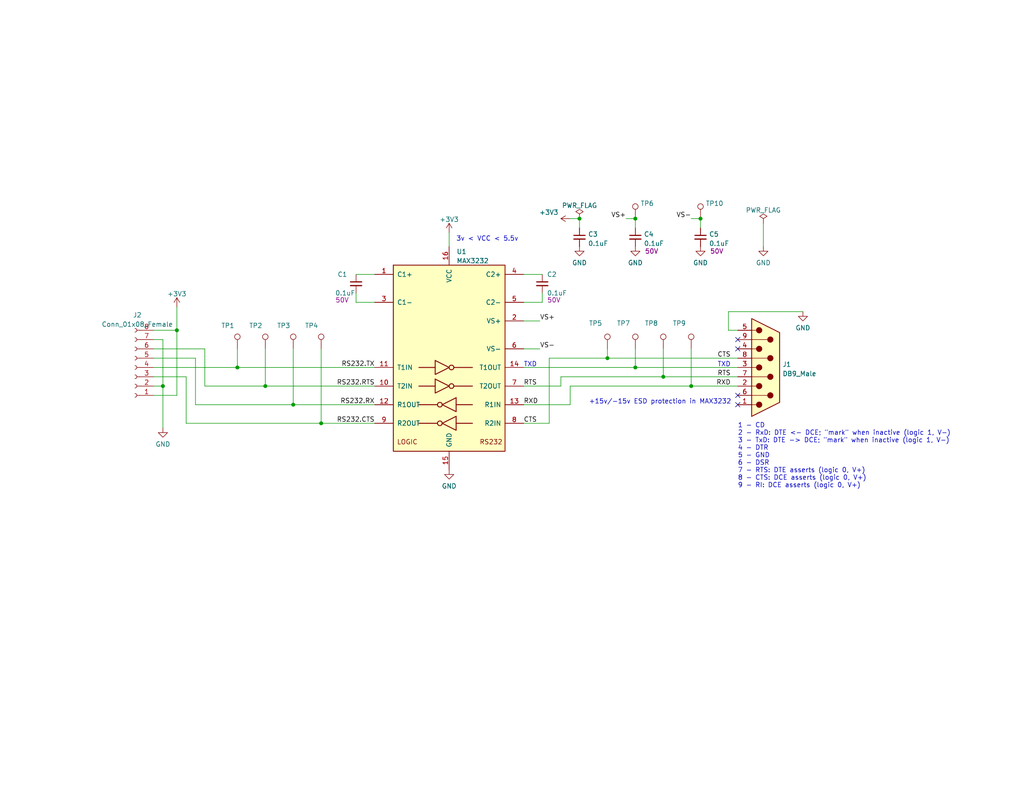
<source format=kicad_sch>
(kicad_sch (version 20211123) (generator eeschema)
  (paper "USLetter")
  (title_block (title "RS232 Breakout"))
  (lib_symbols
    (symbol "Connector:Conn_01x08_Female" (pin_names (offset 1.016) hide)
      (property "Reference" "J" (at 0 10.16 0))
      (property "Value" "Conn_01x08_Female" (at 0 -12.7 0))
      (symbol "Conn_01x08_Female_1_1"
        (arc (start 0 -9.652) (mid -0.508 -10.16) (end 0 -10.668) (stroke (width 0.1524)))
        (arc (start 0 -7.112) (mid -0.508 -7.62) (end 0 -8.128) (stroke (width 0.1524)))
        (arc (start 0 -4.572) (mid -0.508 -5.08) (end 0 -5.588) (stroke (width 0.1524)))
        (arc (start 0 -2.032) (mid -0.508 -2.54) (end 0 -3.048) (stroke (width 0.1524)))
        (polyline (pts (xy -1.27 -10.16) (xy -0.508 -10.16)) (stroke (width 0.1524)))
        (polyline (pts (xy -1.27 -7.62) (xy -0.508 -7.62)) (stroke (width 0.1524)))
        (polyline (pts (xy -1.27 -5.08) (xy -0.508 -5.08)) (stroke (width 0.1524)))
        (polyline (pts (xy -1.27 -2.54) (xy -0.508 -2.54)) (stroke (width 0.1524)))
        (polyline (pts (xy -1.27 0) (xy -0.508 0)) (stroke (width 0.1524)))
        (polyline (pts (xy -1.27 2.54) (xy -0.508 2.54)) (stroke (width 0.1524)))
        (polyline (pts (xy -1.27 5.08) (xy -0.508 5.08)) (stroke (width 0.1524)))
        (polyline (pts (xy -1.27 7.62) (xy -0.508 7.62)) (stroke (width 0.1524)))
        (arc (start 0 0.508) (mid -0.508 0) (end 0 -0.508) (stroke (width 0.1524)))
        (arc (start 0 3.048) (mid -0.508 2.54) (end 0 2.032) (stroke (width 0.1524)))
        (arc (start 0 5.588) (mid -0.508 5.08) (end 0 4.572) (stroke (width 0.1524)))
        (arc (start 0 8.128) (mid -0.508 7.62) (end 0 7.112) (stroke (width 0.1524)))
        (pin passive line (at -5.08 7.62 0) (length 3.81) (name "Pin_1") (number "1"))
        (pin passive line (at -5.08 5.08 0) (length 3.81) (name "Pin_2") (number "2"))
        (pin passive line (at -5.08 2.54 0) (length 3.81) (name "Pin_3") (number "3"))
        (pin passive line (at -5.08 0 0) (length 3.81) (name "Pin_4") (number "4"))
        (pin passive line (at -5.08 -2.54 0) (length 3.81) (name "Pin_5") (number "5"))
        (pin passive line (at -5.08 -5.08 0) (length 3.81) (name "Pin_6") (number "6"))
        (pin passive line (at -5.08 -7.62 0) (length 3.81) (name "Pin_7") (number "7"))
        (pin passive line (at -5.08 -10.16 0) (length 3.81) (name "Pin_8") (number "8"))
      )
    )
    (symbol "Connector:DB9_Male" (pin_names (offset 1.016) hide)
      (property "Reference" "J" (at 0 13.97 0))
      (property "Value" "DB9_Male" (at 0 -14.605 0))
      (symbol "DB9_Male_0_1"
        (circle (center -1.778 -10.16) (radius 0.762) (fill (type outline)))
        (circle (center -1.778 -5.08) (radius 0.762) (fill (type outline)))
        (circle (center -1.778 0) (radius 0.762) (fill (type outline)))
        (circle (center -1.778 5.08) (radius 0.762) (fill (type outline)))
        (circle (center -1.778 10.16) (radius 0.762) (fill (type outline)))
        (polyline (pts (xy -3.81 -10.16) (xy -2.54 -10.16)))
        (polyline (pts (xy -3.81 -7.62) (xy 0.508 -7.62)))
        (polyline (pts (xy -3.81 -5.08) (xy -2.54 -5.08)))
        (polyline (pts (xy -3.81 -2.54) (xy 0.508 -2.54)))
        (polyline (pts (xy -3.81 0) (xy -2.54 0)))
        (polyline (pts (xy -3.81 2.54) (xy 0.508 2.54)))
        (polyline (pts (xy -3.81 5.08) (xy -2.54 5.08)))
        (polyline (pts (xy -3.81 7.62) (xy 0.508 7.62)))
        (polyline (pts (xy -3.81 10.16) (xy -2.54 10.16)))
        (polyline (pts (xy -3.81 -13.335) (xy -3.81 13.335) (xy 3.81 9.525) (xy 3.81 -9.525) (xy -3.81 -13.335)) (stroke (width 0.254)) (fill (type background)))
        (circle (center 1.27 -7.62) (radius 0.762) (fill (type outline)))
        (circle (center 1.27 -2.54) (radius 0.762) (fill (type outline)))
        (circle (center 1.27 2.54) (radius 0.762) (fill (type outline)))
        (circle (center 1.27 7.62) (radius 0.762) (fill (type outline)))
      )
      (symbol "DB9_Male_1_1"
        (pin passive line (at -7.62 -10.16 0) (length 3.81) (name "1") (number "1"))
        (pin passive line (at -7.62 -5.08 0) (length 3.81) (name "2") (number "2"))
        (pin passive line (at -7.62 0 0) (length 3.81) (name "3") (number "3"))
        (pin passive line (at -7.62 5.08 0) (length 3.81) (name "4") (number "4"))
        (pin passive line (at -7.62 10.16 0) (length 3.81) (name "5") (number "5"))
        (pin passive line (at -7.62 -7.62 0) (length 3.81) (name "6") (number "6"))
        (pin passive line (at -7.62 -2.54 0) (length 3.81) (name "7") (number "7"))
        (pin passive line (at -7.62 2.54 0) (length 3.81) (name "8") (number "8"))
        (pin passive line (at -7.62 7.62 0) (length 3.81) (name "9") (number "9"))
      )
    )
    (symbol "Connector:TestPoint" (pin_numbers hide) (pin_names (offset 0.762) hide)
      (property "Reference" "TP" (at 0 6.858 0))
      (property "Value" "TestPoint" (at 0 5.08 0))
      (symbol "TestPoint_0_1"
        (circle (center 0 3.302) (radius 0.762))
      )
      (symbol "TestPoint_1_1"
        (pin passive line (at 0 0 90) (length 2.54) (name "1") (number "1"))
      )
    )
    (symbol "Device:C_Small" (pin_numbers hide) (pin_names (offset 0.254) hide)
      (property "Reference" "C" (at 0.254 1.778 0))
      (property "Value" "C_Small" (at 0.254 -2.032 0))
      (symbol "C_Small_0_1"
        (polyline (pts (xy -1.524 -0.508) (xy 1.524 -0.508)) (stroke (width 0.3302)))
        (polyline (pts (xy -1.524 0.508) (xy 1.524 0.508)) (stroke (width 0.3048)))
      )
      (symbol "C_Small_1_1"
        (pin passive line (at 0 2.54 270) (length 2.032) (name "~") (number "1"))
        (pin passive line (at 0 -2.54 90) (length 2.032) (name "~") (number "2"))
      )
    )
    (symbol "Interface_UART:MAX3232" (pin_names (offset 1.016))
      (property "Reference" "U" (at -2.54 28.575 0))
      (property "Value" "MAX3232" (at -2.54 26.67 0))
      (symbol "MAX3232_0_0"
        (text "LOGIC" (at -11.43 -22.86 0) (effects (font (size 1.27 1.27))))
        (text "RS232" (at 11.43 -22.86 0) (effects (font (size 1.27 1.27))))
      )
      (symbol "MAX3232_0_1"
        (rectangle (start -15.24 -25.4) (end 15.24 25.4) (stroke (width 0.254)) (fill (type background)))
        (circle (center -2.54 -17.78) (radius 0.635) (stroke (width 0.254)))
        (circle (center -2.54 -12.7) (radius 0.635) (stroke (width 0.254)))
        (polyline (pts (xy -3.81 -7.62) (xy -8.255 -7.62)) (stroke (width 0.254)))
        (polyline (pts (xy -3.81 -2.54) (xy -8.255 -2.54)) (stroke (width 0.254)))
        (polyline (pts (xy -3.175 -17.78) (xy -8.255 -17.78)) (stroke (width 0.254)))
        (polyline (pts (xy -3.175 -12.7) (xy -8.255 -12.7)) (stroke (width 0.254)))
        (polyline (pts (xy 1.27 -7.62) (xy 6.35 -7.62)) (stroke (width 0.254)))
        (polyline (pts (xy 1.27 -2.54) (xy 6.35 -2.54)) (stroke (width 0.254)))
        (polyline (pts (xy 1.905 -17.78) (xy 6.35 -17.78)) (stroke (width 0.254)))
        (polyline (pts (xy 1.905 -12.7) (xy 6.35 -12.7)) (stroke (width 0.254)))
        (polyline (pts (xy -3.81 -5.715) (xy -3.81 -9.525) (xy 0 -7.62) (xy -3.81 -5.715)) (stroke (width 0.254)))
        (polyline (pts (xy -3.81 -0.635) (xy -3.81 -4.445) (xy 0 -2.54) (xy -3.81 -0.635)) (stroke (width 0.254)))
        (polyline (pts (xy 1.905 -15.875) (xy 1.905 -19.685) (xy -1.905 -17.78) (xy 1.905 -15.875)) (stroke (width 0.254)))
        (polyline (pts (xy 1.905 -10.795) (xy 1.905 -14.605) (xy -1.905 -12.7) (xy 1.905 -10.795)) (stroke (width 0.254)))
        (circle (center 0.635 -7.62) (radius 0.635) (stroke (width 0.254)))
        (circle (center 0.635 -2.54) (radius 0.635) (stroke (width 0.254)))
      )
      (symbol "MAX3232_1_1"
        (pin passive line (at -20.32 22.86 0) (length 5.08) (name "C1+") (number "1"))
        (pin input line (at -20.32 -7.62 0) (length 5.08) (name "T2IN") (number "10"))
        (pin input line (at -20.32 -2.54 0) (length 5.08) (name "T1IN") (number "11"))
        (pin output line (at -20.32 -12.7 0) (length 5.08) (name "R1OUT") (number "12"))
        (pin input line (at 20.32 -12.7 180) (length 5.08) (name "R1IN") (number "13"))
        (pin output line (at 20.32 -2.54 180) (length 5.08) (name "T1OUT") (number "14"))
        (pin power_in line (at 0 -30.48 90) (length 5.08) (name "GND") (number "15"))
        (pin power_in line (at 0 30.48 270) (length 5.08) (name "VCC") (number "16"))
        (pin power_out line (at 20.32 10.16 180) (length 5.08) (name "VS+") (number "2"))
        (pin passive line (at -20.32 15.24 0) (length 5.08) (name "C1-") (number "3"))
        (pin passive line (at 20.32 22.86 180) (length 5.08) (name "C2+") (number "4"))
        (pin passive line (at 20.32 15.24 180) (length 5.08) (name "C2-") (number "5"))
        (pin power_out line (at 20.32 2.54 180) (length 5.08) (name "VS-") (number "6"))
        (pin output line (at 20.32 -7.62 180) (length 5.08) (name "T2OUT") (number "7"))
        (pin input line (at 20.32 -17.78 180) (length 5.08) (name "R2IN") (number "8"))
        (pin output line (at -20.32 -17.78 0) (length 5.08) (name "R2OUT") (number "9"))
      )
    )
    (symbol "power:+3V3" (power) (pin_names (offset 0))
      (property "Value" "+3V3" (at 0 3.556 0))
      (symbol "+3V3_0_1"
        (polyline (pts (xy -0.762 1.27) (xy 0 2.54)))
        (polyline (pts (xy 0 0) (xy 0 2.54)))
        (polyline (pts (xy 0 2.54) (xy 0.762 1.27)))
      )
      (symbol "+3V3_1_1"
        (pin power_in line (at 0 0 90) (length 0) hide (name "+3V3") (number "1"))
      )
    )
    (symbol "power:GND" (power) (pin_names (offset 0))
      (property "Value" "GND" (at 0 -3.81 0))
      (symbol "GND_0_1"
        (polyline (pts (xy 0 0) (xy 0 -1.27) (xy 1.27 -1.27) (xy 0 -2.54) (xy -1.27 -1.27) (xy 0 -1.27)))
      )
      (symbol "GND_1_1"
        (pin power_in line (at 0 0 270) (length 0) hide (name "GND") (number "1"))
      )
    )
    (symbol "power:PWR_FLAG" (power) (pin_numbers hide) (pin_names (offset 0) hide)
      (property "Value" "PWR_FLAG" (at 0 3.81 0))
      (symbol "PWR_FLAG_0_0"
        (pin power_out line (at 0 0 90) (length 0) (name "pwr") (number "1"))
      )
      (symbol "PWR_FLAG_0_1"
        (polyline (pts (xy 0 0) (xy 0 1.27) (xy -1.016 1.905) (xy 0 2.54) (xy 1.016 1.905) (xy 0 1.27)))
      )
    )
  )
  (junction (at 173.355 59.69))
  (junction (at 188.595 105.41))
  (junction (at 72.39 105.41))
  (junction (at 64.77 100.33))
  (junction (at 180.975 102.87))
  (junction (at 158.115 59.69))
  (junction (at 173.355 100.33))
  (junction (at 87.63 115.57))
  (junction (at 80.01 110.49))
  (junction (at 48.26 90.17))
  (junction (at 44.45 105.41))
  (junction (at 191.135 59.69))
  (junction (at 165.735 97.79))
  (no_connect (at 201.295 92.71))
  (no_connect (at 201.295 107.95))
  (no_connect (at 201.295 110.49))
  (no_connect (at 201.295 95.25))
  (wire (pts (xy 41.91 97.79) (xy 53.34 97.79)))
  (wire (pts (xy 50.8 115.57) (xy 87.63 115.57)))
  (wire (pts (xy 188.595 105.41) (xy 201.295 105.41)))
  (wire (pts (xy 64.77 100.33) (xy 102.235 100.33)))
  (wire (pts (xy 41.91 92.71) (xy 44.45 92.71)))
  (wire (pts (xy 72.39 105.41) (xy 102.235 105.41)))
  (wire (pts (xy 155.575 105.41) (xy 155.575 110.49)))
  (wire (pts (xy 41.91 95.25) (xy 55.88 95.25)))
  (wire (pts (xy 165.735 97.79) (xy 201.295 97.79)))
  (wire (pts (xy 53.34 110.49) (xy 80.01 110.49)))
  (wire (pts (xy 153.035 102.87) (xy 180.975 102.87)))
  (wire (pts (xy 80.01 110.49) (xy 102.235 110.49)))
  (wire (pts (xy 80.01 95.25) (xy 80.01 110.49)))
  (wire (pts (xy 122.555 63.5) (xy 122.555 67.31)))
  (wire (pts (xy 155.575 59.69) (xy 158.115 59.69)))
  (wire (pts (xy 48.26 90.17) (xy 48.26 107.95)))
  (wire (pts (xy 55.88 105.41) (xy 72.39 105.41)))
  (wire (pts (xy 147.955 80.01) (xy 147.955 82.55)))
  (wire (pts (xy 142.875 100.33) (xy 173.355 100.33)))
  (wire (pts (xy 44.45 105.41) (xy 44.45 116.84)))
  (wire (pts (xy 50.8 102.87) (xy 50.8 115.57)))
  (wire (pts (xy 219.075 85.09) (xy 198.755 85.09)))
  (wire (pts (xy 155.575 105.41) (xy 188.595 105.41)))
  (wire (pts (xy 142.875 95.25) (xy 147.32 95.25)))
  (wire (pts (xy 87.63 115.57) (xy 102.235 115.57)))
  (wire (pts (xy 188.595 59.69) (xy 191.135 59.69)))
  (wire (pts (xy 142.875 115.57) (xy 149.86 115.57)))
  (wire (pts (xy 170.815 59.69) (xy 173.355 59.69)))
  (wire (pts (xy 180.975 95.25) (xy 180.975 102.87)))
  (wire (pts (xy 149.86 115.57) (xy 149.86 97.79)))
  (wire (pts (xy 188.595 95.25) (xy 188.595 105.41)))
  (wire (pts (xy 158.115 59.69) (xy 158.115 62.23)))
  (wire (pts (xy 201.295 90.17) (xy 198.755 90.17)))
  (wire (pts (xy 72.39 95.25) (xy 72.39 105.41)))
  (wire (pts (xy 142.875 74.93) (xy 147.955 74.93)))
  (wire (pts (xy 97.155 82.55) (xy 102.235 82.55)))
  (wire (pts (xy 41.91 100.33) (xy 64.77 100.33)))
  (wire (pts (xy 97.155 80.01) (xy 97.155 82.55)))
  (wire (pts (xy 64.77 95.25) (xy 64.77 100.33)))
  (wire (pts (xy 41.91 107.95) (xy 48.26 107.95)))
  (wire (pts (xy 153.035 102.87) (xy 153.035 105.41)))
  (wire (pts (xy 149.86 97.79) (xy 165.735 97.79)))
  (wire (pts (xy 173.355 95.25) (xy 173.355 100.33)))
  (wire (pts (xy 48.26 83.82) (xy 48.26 90.17)))
  (wire (pts (xy 87.63 95.25) (xy 87.63 115.57)))
  (wire (pts (xy 55.88 95.25) (xy 55.88 105.41)))
  (wire (pts (xy 44.45 105.41) (xy 41.91 105.41)))
  (wire (pts (xy 198.755 85.09) (xy 198.755 90.17)))
  (wire (pts (xy 97.155 74.93) (xy 102.235 74.93)))
  (wire (pts (xy 41.91 90.17) (xy 48.26 90.17)))
  (wire (pts (xy 41.91 102.87) (xy 50.8 102.87)))
  (wire (pts (xy 142.875 110.49) (xy 155.575 110.49)))
  (wire (pts (xy 44.45 92.71) (xy 44.45 105.41)))
  (wire (pts (xy 208.28 60.96) (xy 208.28 67.31)))
  (wire (pts (xy 142.875 87.63) (xy 147.32 87.63)))
  (wire (pts (xy 173.355 59.69) (xy 173.355 62.23)))
  (wire (pts (xy 153.035 105.41) (xy 142.875 105.41)))
  (wire (pts (xy 142.875 82.55) (xy 147.955 82.55)))
  (wire (pts (xy 173.355 100.33) (xy 201.295 100.33)))
  (wire (pts (xy 180.975 102.87) (xy 201.295 102.87)))
  (wire (pts (xy 165.735 95.25) (xy 165.735 97.79)))
  (wire (pts (xy 191.135 59.69) (xy 191.135 62.23)))
  (wire (pts (xy 53.34 97.79) (xy 53.34 110.49)))
  (text "TXD" (at 142.875 100.33 0) (effects (font (size 1.27 1.27)) (justify left bottom)))
  (text "1 - CD\n2 - RxD: DTE <- DCE; \"mark\" when inactive (logic 1, V-)\n3 - TxD: DTE -> DCE; \"mark\" when inactive (logic 1, V-)\n4 - DTR\n5 - GND\n6 - DSR\n7 - RTS: DTE asserts (logic 0, V+)\n8 - CTS: DCE asserts (logic 0, V+)\n9 - RI: DCE asserts (logic 0, V+)" (at 201.295 133.35 0) (effects (font (size 1.27 1.27)) (justify left bottom)))
  (text "3v < VCC < 5.5v" (at 124.46 66.04 0) (effects (font (size 1.27 1.27)) (justify left bottom)))
  (text "+15v/-15v ESD protection in MAX3232" (at 160.655 110.49 0) (effects (font (size 1.27 1.27)) (justify left bottom)))
  (text "TXD" (at 199.39 100.33 180) (effects (font (size 1.27 1.27)) (justify right bottom)))
  (label "VS+" (at 170.815 59.69 180))
  (label "RS232.TX" (at 102.235 100.33 180))
  (label "RTS" (at 199.39 102.87 180))
  (label "RS232.CTS" (at 102.235 115.57 180))
  (label "CTS" (at 142.875 115.57 0))
  (label "RTS" (at 142.875 105.41 0))
  (label "RXD" (at 199.39 105.41 180))
  (label "RS232.RX" (at 102.235 110.49 180))
  (label "CTS" (at 199.39 97.79 180))
  (label "RS232.RTS" (at 102.235 105.41 180))
  (label "VS-" (at 188.595 59.69 180))
  (label "VS+" (at 147.32 87.63 0))
  (label "RXD" (at 142.875 110.49 0))
  (label "VS-" (at 147.32 95.25 0))
  (symbol (lib_id "power:GND") (at 208.28 67.31 0) (unit 1)
    (property "Reference" "#PWR0101" (effects hide))
    (property "Value" "GND" (at 208.28 71.7534 0))
  )
  (symbol (lib_id "Connector:TestPoint") (at 173.355 95.25 0) (unit 1)
    (property "Reference" "TP7" (at 168.275 88.265 0) (effects (justify left)))
    (property "Value" "TestPoint" (effects hide))
    (property "Footprint" "TestPoint:TestPoint_Pad_D1.0mm" (effects hide))
  )
  (symbol (lib_id "Connector:TestPoint") (at 165.735 95.25 0) (unit 1)
    (property "Reference" "TP5" (at 160.655 88.265 0) (effects (justify left)))
    (property "Value" "TestPoint" (effects hide))
    (property "Footprint" "TestPoint:TestPoint_Pad_D1.0mm" (effects hide))
  )
  (symbol (lib_id "Connector:Conn_01x08_Female") (at 36.83 100.33 180) (unit 1)
    (property "Reference" "J2" (at 37.465 86.013 0))
    (property "Value" "Conn_01x08_Female" (at 37.465 88.5499 0))
    (property "Footprint" "Connector_PinHeader_2.54mm:PinHeader_1x08_P2.54mm_Vertical" (effects hide))
  )
  (symbol (lib_id "Connector:TestPoint") (at 191.135 59.69 0) (unit 1)
    (property "Reference" "TP10" (at 192.532 55.5533 0) (effects (justify left)))
    (property "Value" "TestPoint" (effects hide))
    (property "Footprint" "TestPoint:TestPoint_Pad_D1.0mm" (effects hide))
  )
  (symbol (lib_id "power:GND") (at 191.135 67.31 0) (unit 1)
    (property "Reference" "#PWR06" (effects hide))
    (property "Value" "GND" (at 191.135 71.7534 0))
  )
  (symbol (lib_id "power:GND") (at 122.555 128.27 0) (unit 1)
    (property "Reference" "#PWR02" (effects hide))
    (property "Value" "GND" (at 122.555 132.7134 0))
  )
  (symbol (lib_id "Device:C_Small") (at 147.955 77.47 0) (unit 1)
    (property "Reference" "C2" (at 149.225 74.93 0) (effects (justify left)))
    (property "Value" "0.1uF" (at 149.225 80.01 0) (effects (justify left)))
    (property "Footprint" "Capacitor_SMD:C_0603_1608Metric" (effects hide))
    (property "Rating" "50V" (at 151.13 81.915 0))
  )
  (symbol (lib_id "Connector:TestPoint") (at 188.595 95.25 0) (unit 1)
    (property "Reference" "TP9" (at 183.515 88.265 0) (effects (justify left)))
    (property "Value" "TestPoint" (effects hide))
    (property "Footprint" "TestPoint:TestPoint_Pad_D1.0mm" (effects hide))
  )
  (symbol (lib_id "Connector:TestPoint") (at 173.355 59.69 0) (unit 1)
    (property "Reference" "TP6" (at 174.752 55.5533 0) (effects (justify left)))
    (property "Value" "TestPoint" (effects hide))
    (property "Footprint" "TestPoint:TestPoint_Pad_D1.0mm" (effects hide))
  )
  (symbol (lib_id "Connector:TestPoint") (at 87.63 95.25 0) (unit 1)
    (property "Reference" "TP4" (at 83.185 88.9 0) (effects (justify left)))
    (property "Value" "TestPoint" (effects hide))
    (property "Footprint" "TestPoint:TestPoint_Pad_D1.0mm" (effects hide))
  )
  (symbol (lib_id "power:+3V3") (at 122.555 63.5 0) (unit 1)
    (property "Reference" "#PWR0104" (effects hide))
    (property "Value" "+3V3" (at 122.555 59.9242 0))
  )
  (symbol (lib_id "power:GND") (at 158.115 67.31 0) (unit 1)
    (property "Reference" "#PWR04" (effects hide))
    (property "Value" "GND" (at 158.115 71.7534 0))
  )
  (symbol (lib_id "Device:C_Small") (at 97.155 77.47 0) (unit 1)
    (property "Reference" "C1" (at 92.075 74.93 0) (effects (justify left)))
    (property "Value" "0.1uF" (at 91.44 80.01 0) (effects (justify left)))
    (property "Footprint" "Capacitor_SMD:C_0603_1608Metric" (effects hide))
    (property "Rating" "50V" (at 93.345 81.915 0))
  )
  (symbol (lib_id "power:GND") (at 173.355 67.31 0) (unit 1)
    (property "Reference" "#PWR05" (effects hide))
    (property "Value" "GND" (at 173.355 71.7534 0))
  )
  (symbol (lib_id "Device:C_Small") (at 158.115 64.77 0) (unit 1)
    (property "Reference" "C3" (at 160.4391 63.9416 0) (effects (justify left)))
    (property "Value" "0.1uF" (at 160.4391 66.4785 0) (effects (justify left)))
    (property "Footprint" "Capacitor_SMD:C_0603_1608Metric" (effects hide))
  )
  (symbol (lib_id "power:GND") (at 219.075 85.09 0) (unit 1)
    (property "Reference" "#PWR07" (effects hide))
    (property "Value" "GND" (at 219.075 89.5334 0))
  )
  (symbol (lib_id "Device:C_Small") (at 173.355 64.77 0) (unit 1)
    (property "Reference" "C4" (at 175.6791 63.9416 0) (effects (justify left)))
    (property "Value" "0.1uF" (at 175.6791 66.4785 0) (effects (justify left)))
    (property "Footprint" "Capacitor_SMD:C_0603_1608Metric" (effects hide))
    (property "Rating" "50V" (at 177.8 68.58 0))
  )
  (symbol (lib_id "power:PWR_FLAG") (at 158.115 59.69 0) (unit 1)
    (property "Reference" "#FLG01" (effects hide))
    (property "Value" "PWR_FLAG" (at 158.115 56.1142 0))
  )
  (symbol (lib_id "Connector:TestPoint") (at 64.77 95.25 0) (unit 1)
    (property "Reference" "TP1" (at 60.325 88.9 0) (effects (justify left)))
    (property "Value" "TestPoint" (effects hide))
    (property "Footprint" "TestPoint:TestPoint_Pad_D1.0mm" (effects hide))
  )
  (symbol (lib_id "power:+3V3") (at 48.26 83.82 0) (unit 1)
    (property "Reference" "#PWR0103" (effects hide))
    (property "Value" "+3V3" (at 48.26 80.2442 0))
  )
  (symbol (lib_id "power:GND") (at 44.45 116.84 0) (unit 1)
    (property "Reference" "#PWR0102" (effects hide))
    (property "Value" "GND" (at 44.45 121.2834 0))
  )
  (symbol (lib_id "Device:C_Small") (at 191.135 64.77 0) (unit 1)
    (property "Reference" "C5" (at 193.4591 63.9416 0) (effects (justify left)))
    (property "Value" "0.1uF" (at 193.4591 66.4785 0) (effects (justify left)))
    (property "Footprint" "Capacitor_SMD:C_0603_1608Metric" (effects hide))
    (property "Rating" "50V" (at 195.58 68.58 0))
  )
  (symbol (lib_id "Connector:DB9_Male") (at 208.915 100.33 0) (unit 1)
    (property "Reference" "J1" (at 213.487 99.4953 0) (effects (justify left)))
    (property "Value" "DB9_Male" (at 213.487 102.0322 0) (effects (justify left)))
    (property "Footprint" "RS232-footprints:AMPHENOL_LD09P13A4GV00LF" (effects hide))
    (property "Datasheet" " ~" (effects hide))
  )
  (symbol (lib_id "power:PWR_FLAG") (at 208.28 60.96 0) (unit 1)
    (property "Reference" "#FLG0101" (effects hide))
    (property "Value" "PWR_FLAG" (at 208.28 57.3842 0))
  )
  (symbol (lib_id "power:+3V3") (at 155.575 59.69 90) (unit 1)
    (property "Reference" "#PWR0105" (effects hide))
    (property "Value" "+3V3" (at 147.1017 57.9918 90) (effects (justify right)))
  )
  (symbol (lib_id "Connector:TestPoint") (at 72.39 95.25 0) (unit 1)
    (property "Reference" "TP2" (at 67.945 88.9 0) (effects (justify left)))
    (property "Value" "TestPoint" (effects hide))
    (property "Footprint" "TestPoint:TestPoint_Pad_D1.0mm" (effects hide))
  )
  (symbol (lib_id "Connector:TestPoint") (at 180.975 95.25 0) (unit 1)
    (property "Reference" "TP8" (at 175.895 88.265 0) (effects (justify left)))
    (property "Value" "TestPoint" (effects hide))
    (property "Footprint" "TestPoint:TestPoint_Pad_D1.0mm" (effects hide))
  )
  (symbol (lib_id "Interface_UART:MAX3232") (at 122.555 97.79 0) (unit 1)
    (property "Reference" "U1" (at 124.5744 68.6902 0) (effects (justify left)))
    (property "Value" "MAX3232" (at 124.5744 71.2271 0) (effects (justify left)))
    (property "Footprint" "Package_SO:TSSOP-16_4.4x5mm_P0.65mm" (effects hide))
    (property "Datasheet" "https://datasheets.maximintegrated.com/en/ds/MAX3222-MAX3241.pdf" (effects hide))
  )
  (symbol (lib_id "Connector:TestPoint") (at 80.01 95.25 0) (unit 1)
    (property "Reference" "TP3" (at 75.565 88.9 0) (effects (justify left)))
    (property "Value" "TestPoint" (effects hide))
    (property "Footprint" "TestPoint:TestPoint_Pad_D1.0mm" (effects hide))
  )
)
</source>
